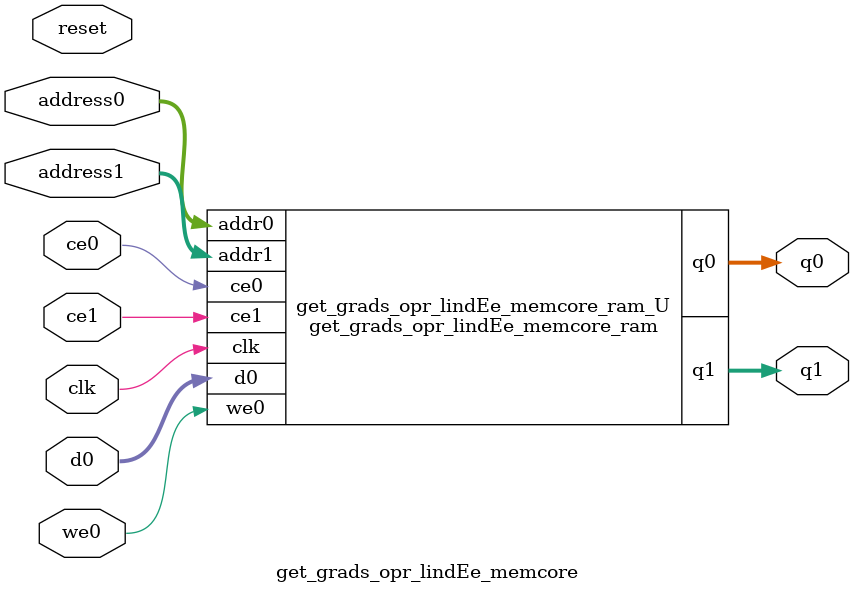
<source format=v>

`timescale 1 ns / 1 ps
module get_grads_opr_lindEe_memcore_ram (addr0, ce0, d0, we0, q0, addr1, ce1, q1,  clk);

parameter DWIDTH = 8;
parameter AWIDTH = 10;
parameter MEM_SIZE = 640;

input[AWIDTH-1:0] addr0;
input ce0;
input[DWIDTH-1:0] d0;
input we0;
output reg[DWIDTH-1:0] q0;
input[AWIDTH-1:0] addr1;
input ce1;
output reg[DWIDTH-1:0] q1;
input clk;

(* ram_style = "block" *)reg [DWIDTH-1:0] ram[0:MEM_SIZE-1];




always @(posedge clk)  
begin 
    if (ce0) 
    begin
        if (we0) 
        begin 
            ram[addr0] <= d0; 
            q0 <= d0;
        end 
        else 
            q0 <= ram[addr0];
    end
end


always @(posedge clk)  
begin 
    if (ce1) 
    begin
            q1 <= ram[addr1];
    end
end


endmodule


`timescale 1 ns / 1 ps
module get_grads_opr_lindEe_memcore(
    reset,
    clk,
    address0,
    ce0,
    we0,
    d0,
    q0,
    address1,
    ce1,
    q1);

parameter DataWidth = 32'd8;
parameter AddressRange = 32'd640;
parameter AddressWidth = 32'd10;
input reset;
input clk;
input[AddressWidth - 1:0] address0;
input ce0;
input we0;
input[DataWidth - 1:0] d0;
output[DataWidth - 1:0] q0;
input[AddressWidth - 1:0] address1;
input ce1;
output[DataWidth - 1:0] q1;



get_grads_opr_lindEe_memcore_ram get_grads_opr_lindEe_memcore_ram_U(
    .clk( clk ),
    .addr0( address0 ),
    .ce0( ce0 ),
    .d0( d0 ),
    .we0( we0 ),
    .q0( q0 ),
    .addr1( address1 ),
    .ce1( ce1 ),
    .q1( q1 ));

endmodule


</source>
